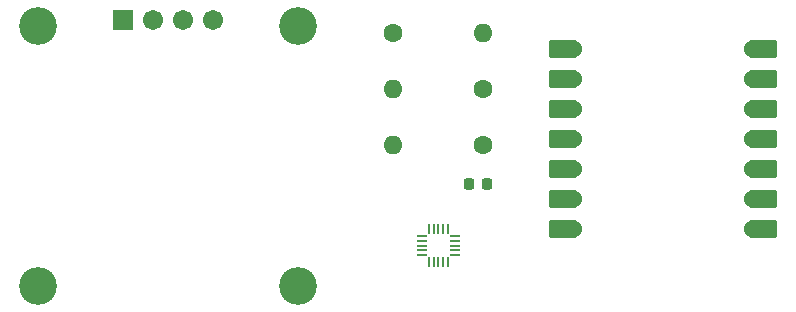
<source format=gbr>
%TF.GenerationSoftware,KiCad,Pcbnew,8.0.7*%
%TF.CreationDate,2025-07-29T16:18:33-04:00*%
%TF.ProjectId,hermes,6865726d-6573-42e6-9b69-6361645f7063,rev?*%
%TF.SameCoordinates,Original*%
%TF.FileFunction,Soldermask,Top*%
%TF.FilePolarity,Negative*%
%FSLAX46Y46*%
G04 Gerber Fmt 4.6, Leading zero omitted, Abs format (unit mm)*
G04 Created by KiCad (PCBNEW 8.0.7) date 2025-07-29 16:18:33*
%MOMM*%
%LPD*%
G01*
G04 APERTURE LIST*
G04 Aperture macros list*
%AMRoundRect*
0 Rectangle with rounded corners*
0 $1 Rounding radius*
0 $2 $3 $4 $5 $6 $7 $8 $9 X,Y pos of 4 corners*
0 Add a 4 corners polygon primitive as box body*
4,1,4,$2,$3,$4,$5,$6,$7,$8,$9,$2,$3,0*
0 Add four circle primitives for the rounded corners*
1,1,$1+$1,$2,$3*
1,1,$1+$1,$4,$5*
1,1,$1+$1,$6,$7*
1,1,$1+$1,$8,$9*
0 Add four rect primitives between the rounded corners*
20,1,$1+$1,$2,$3,$4,$5,0*
20,1,$1+$1,$4,$5,$6,$7,0*
20,1,$1+$1,$6,$7,$8,$9,0*
20,1,$1+$1,$8,$9,$2,$3,0*%
%AMFreePoly0*
4,1,14,0.088284,0.450784,0.100000,0.422500,0.100000,-0.422500,0.088284,-0.450784,0.060000,-0.462500,0.036569,-0.462500,0.008285,-0.450784,-0.088284,-0.354215,-0.100000,-0.325931,-0.100000,0.422500,-0.088284,0.450784,-0.060000,0.462500,0.060000,0.462500,0.088284,0.450784,0.088284,0.450784,$1*%
%AMFreePoly1*
4,1,14,0.088284,0.450784,0.100000,0.422500,0.100000,-0.325931,0.088284,-0.354215,-0.008285,-0.450784,-0.036569,-0.462500,-0.060000,-0.462500,-0.088284,-0.450784,-0.100000,-0.422500,-0.100000,0.422500,-0.088284,0.450784,-0.060000,0.462500,0.060000,0.462500,0.088284,0.450784,0.088284,0.450784,$1*%
%AMFreePoly2*
4,1,14,0.450784,0.088284,0.462500,0.060000,0.462500,-0.060000,0.450784,-0.088284,0.422500,-0.100000,-0.422500,-0.100000,-0.450784,-0.088284,-0.462500,-0.060000,-0.462500,-0.036569,-0.450784,-0.008285,-0.354215,0.088284,-0.325931,0.100000,0.422500,0.100000,0.450784,0.088284,0.450784,0.088284,$1*%
%AMFreePoly3*
4,1,14,0.450784,0.088284,0.462500,0.060000,0.462500,-0.060000,0.450784,-0.088284,0.422500,-0.100000,-0.325931,-0.100000,-0.354215,-0.088284,-0.450784,0.008285,-0.462500,0.036569,-0.462500,0.060000,-0.450784,0.088284,-0.422500,0.100000,0.422500,0.100000,0.450784,0.088284,0.450784,0.088284,$1*%
%AMFreePoly4*
4,1,14,-0.008285,0.450784,0.088284,0.354215,0.100000,0.325931,0.100000,-0.422500,0.088284,-0.450784,0.060000,-0.462500,-0.060000,-0.462500,-0.088284,-0.450784,-0.100000,-0.422500,-0.100000,0.422500,-0.088284,0.450784,-0.060000,0.462500,-0.036569,0.462500,-0.008285,0.450784,-0.008285,0.450784,$1*%
%AMFreePoly5*
4,1,14,0.088284,0.450784,0.100000,0.422500,0.100000,-0.422500,0.088284,-0.450784,0.060000,-0.462500,-0.060000,-0.462500,-0.088284,-0.450784,-0.100000,-0.422500,-0.100000,0.325931,-0.088284,0.354215,0.008285,0.450784,0.036569,0.462500,0.060000,0.462500,0.088284,0.450784,0.088284,0.450784,$1*%
%AMFreePoly6*
4,1,14,0.450784,0.088284,0.462500,0.060000,0.462500,0.036569,0.450784,0.008285,0.354215,-0.088284,0.325931,-0.100000,-0.422500,-0.100000,-0.450784,-0.088284,-0.462500,-0.060000,-0.462500,0.060000,-0.450784,0.088284,-0.422500,0.100000,0.422500,0.100000,0.450784,0.088284,0.450784,0.088284,$1*%
%AMFreePoly7*
4,1,14,0.354215,0.088284,0.450784,-0.008285,0.462500,-0.036569,0.462500,-0.060000,0.450784,-0.088284,0.422500,-0.100000,-0.422500,-0.100000,-0.450784,-0.088284,-0.462500,-0.060000,-0.462500,0.060000,-0.450784,0.088284,-0.422500,0.100000,0.325931,0.100000,0.354215,0.088284,0.354215,0.088284,$1*%
G04 Aperture macros list end*
%ADD10RoundRect,0.102000X-0.754000X-0.754000X0.754000X-0.754000X0.754000X0.754000X-0.754000X0.754000X0*%
%ADD11C,1.712000*%
%ADD12C,3.204000*%
%ADD13C,1.600000*%
%ADD14O,1.600000X1.600000*%
%ADD15FreePoly0,270.000000*%
%ADD16RoundRect,0.050000X-0.412500X0.050000X-0.412500X-0.050000X0.412500X-0.050000X0.412500X0.050000X0*%
%ADD17FreePoly1,270.000000*%
%ADD18FreePoly2,270.000000*%
%ADD19RoundRect,0.050000X-0.050000X0.412500X-0.050000X-0.412500X0.050000X-0.412500X0.050000X0.412500X0*%
%ADD20FreePoly3,270.000000*%
%ADD21FreePoly4,270.000000*%
%ADD22FreePoly5,270.000000*%
%ADD23FreePoly6,270.000000*%
%ADD24FreePoly7,270.000000*%
%ADD25RoundRect,0.152400X-1.063600X-0.609600X1.063600X-0.609600X1.063600X0.609600X-1.063600X0.609600X0*%
%ADD26C,1.524000*%
%ADD27RoundRect,0.152400X1.063600X0.609600X-1.063600X0.609600X-1.063600X-0.609600X1.063600X-0.609600X0*%
%ADD28RoundRect,0.225000X-0.225000X-0.250000X0.225000X-0.250000X0.225000X0.250000X-0.225000X0.250000X0*%
G04 APERTURE END LIST*
D10*
%TO.C,U3*%
X116158750Y-56081250D03*
D11*
X118698750Y-56081250D03*
X121238750Y-56081250D03*
X123778750Y-56081250D03*
D12*
X108968750Y-56581250D03*
X130968750Y-56581250D03*
X130968750Y-78581250D03*
X108968750Y-78581250D03*
%TD*%
D13*
%TO.C,R1*%
X146685000Y-61912500D03*
D14*
X139065000Y-61912500D03*
%TD*%
D13*
%TO.C,R2*%
X139065000Y-57150000D03*
D14*
X146685000Y-57150000D03*
%TD*%
D15*
%TO.C,U2*%
X144262500Y-74406250D03*
D16*
X144262500Y-74806250D03*
X144262500Y-75206250D03*
X144262500Y-75606250D03*
D17*
X144262500Y-76006250D03*
D18*
X143675000Y-76593750D03*
D19*
X143275000Y-76593750D03*
X142875000Y-76593750D03*
X142475000Y-76593750D03*
D20*
X142075000Y-76593750D03*
D21*
X141487500Y-76006250D03*
D16*
X141487500Y-75606250D03*
X141487500Y-75206250D03*
X141487500Y-74806250D03*
D22*
X141487500Y-74406250D03*
D23*
X142075000Y-73818750D03*
D19*
X142475000Y-73818750D03*
X142875000Y-73818750D03*
X143275000Y-73818750D03*
D24*
X143675000Y-73818750D03*
%TD*%
D13*
%TO.C,R3*%
X146685000Y-66675000D03*
D14*
X139065000Y-66675000D03*
%TD*%
D25*
%TO.C,U1*%
X170380000Y-73818750D03*
D26*
X169545000Y-73818750D03*
D25*
X170380000Y-71278750D03*
D26*
X169545000Y-71278750D03*
D25*
X170380000Y-68738750D03*
D26*
X169545000Y-68738750D03*
D25*
X170380000Y-66198750D03*
D26*
X169545000Y-66198750D03*
D25*
X170380000Y-63658750D03*
D26*
X169545000Y-63658750D03*
D25*
X170380000Y-61118750D03*
D26*
X169545000Y-61118750D03*
D25*
X170380000Y-58578750D03*
D26*
X169545000Y-58578750D03*
X154305000Y-58578750D03*
D27*
X153470000Y-58578750D03*
D26*
X154305000Y-61118750D03*
D27*
X153470000Y-61118750D03*
D26*
X154305000Y-63658750D03*
D27*
X153470000Y-63658750D03*
D26*
X154305000Y-66198750D03*
D27*
X153470000Y-66198750D03*
D26*
X154305000Y-68738750D03*
D27*
X153470000Y-68738750D03*
D26*
X154305000Y-71278750D03*
D27*
X153470000Y-71278750D03*
D26*
X154305000Y-73818750D03*
D27*
X153470000Y-73818750D03*
%TD*%
D28*
%TO.C,C1*%
X145450000Y-70000000D03*
X147000000Y-70000000D03*
%TD*%
M02*

</source>
